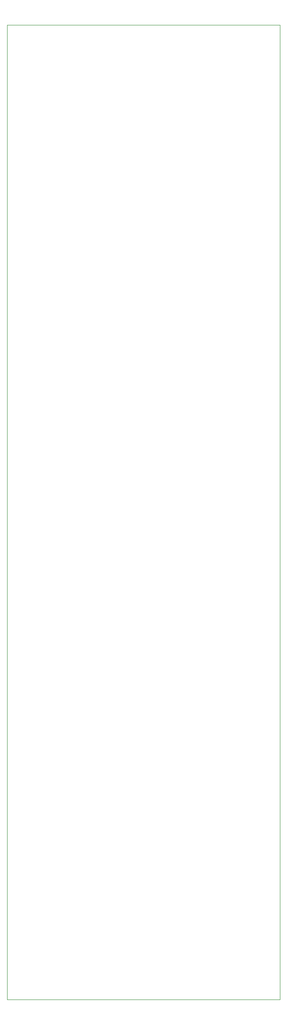
<source format=gm1>
G04 #@! TF.GenerationSoftware,KiCad,Pcbnew,6.0.5+dfsg-1~bpo11+1*
G04 #@! TF.CreationDate,2023-04-15T13:20:01+00:00*
G04 #@! TF.ProjectId,compressor_distortion,636f6d70-7265-4737-936f-725f64697374,0.1*
G04 #@! TF.SameCoordinates,Original*
G04 #@! TF.FileFunction,Profile,NP*
%FSLAX46Y46*%
G04 Gerber Fmt 4.6, Leading zero omitted, Abs format (unit mm)*
G04 Created by KiCad (PCBNEW 6.0.5+dfsg-1~bpo11+1) date 2023-04-15 13:20:01*
%MOMM*%
%LPD*%
G01*
G04 APERTURE LIST*
G04 #@! TA.AperFunction,Profile*
%ADD10C,0.100000*%
G04 #@! TD*
G04 APERTURE END LIST*
D10*
X82550000Y-44450000D02*
X82550000Y-229870000D01*
X134620000Y-229870000D02*
X134620000Y-44450000D01*
X82550000Y-229870000D02*
X134620000Y-229870000D01*
X134620000Y-44450000D02*
X82550000Y-44450000D01*
M02*

</source>
